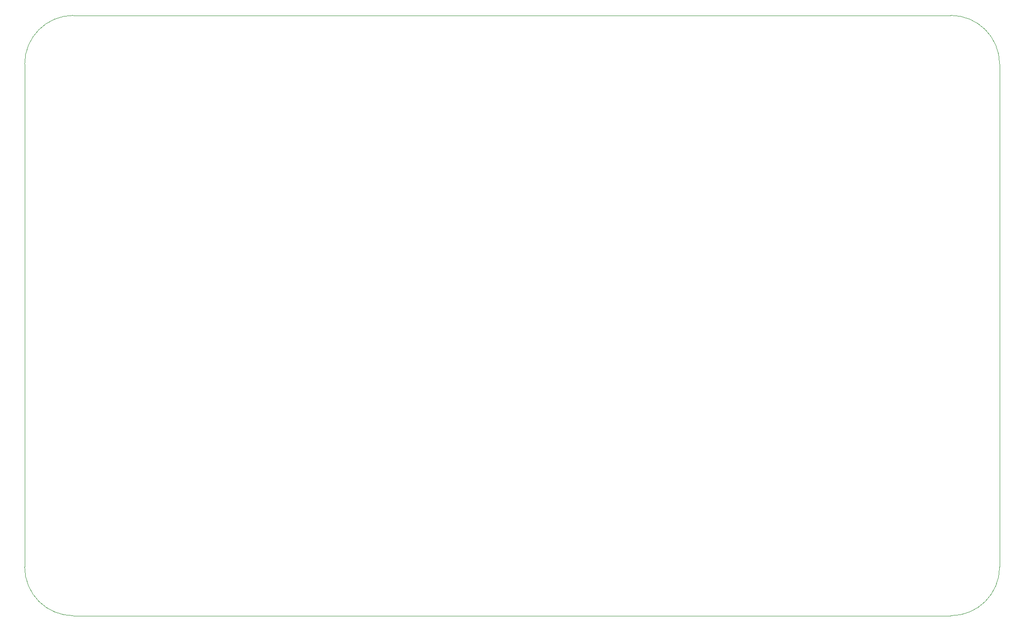
<source format=gbr>
%TF.GenerationSoftware,KiCad,Pcbnew,7.0.9*%
%TF.CreationDate,2024-02-16T00:25:04-03:00*%
%TF.ProjectId,main-board,6d61696e-2d62-46f6-9172-642e6b696361,0.1*%
%TF.SameCoordinates,Original*%
%TF.FileFunction,Profile,NP*%
%FSLAX46Y46*%
G04 Gerber Fmt 4.6, Leading zero omitted, Abs format (unit mm)*
G04 Created by KiCad (PCBNEW 7.0.9) date 2024-02-16 00:25:04*
%MOMM*%
%LPD*%
G01*
G04 APERTURE LIST*
%TA.AperFunction,Profile*%
%ADD10C,0.100000*%
%TD*%
G04 APERTURE END LIST*
D10*
X231000000Y-154000000D02*
G75*
G03*
X240000000Y-145000000I0J9000000D01*
G01*
X240000000Y-52000000D02*
G75*
G03*
X231000000Y-43000000I-9000000J0D01*
G01*
X69000000Y-43000000D02*
X231000000Y-43000000D01*
X60000000Y-145000000D02*
G75*
G03*
X69000000Y-154000000I9000000J0D01*
G01*
X60000000Y-145000000D02*
X60000000Y-52000000D01*
X231000000Y-154000000D02*
X69000000Y-154000000D01*
X240000000Y-52000000D02*
X240000000Y-145000000D01*
X69000000Y-43000000D02*
G75*
G03*
X60000000Y-52000000I0J-9000000D01*
G01*
M02*

</source>
